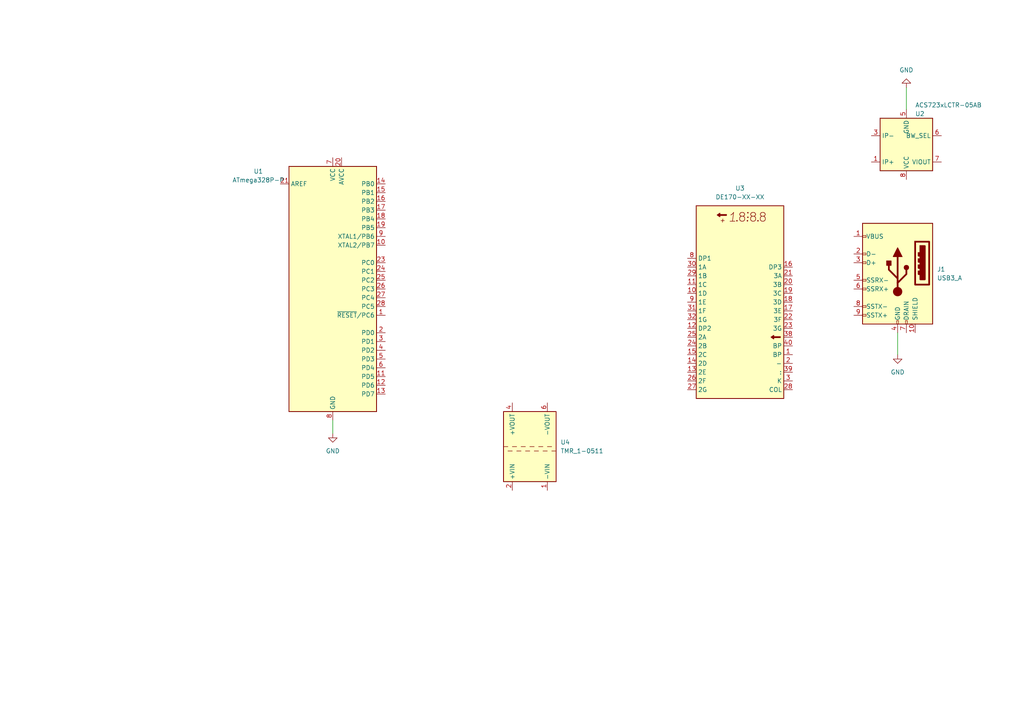
<source format=kicad_sch>
(kicad_sch (version 20230121) (generator eeschema)
  (paper "A4")
  (lib_symbols
    (symbol "Connector:USB3_A" (pin_names (offset 1.016))
      (property "Reference" "J" (at -10.16 15.24 0))
      (property "Value" "USB3_A" (at 10.16 15.24 0))
      (symbol "USB3_A_0_0"
        (rectangle (start -9.144 8.636) (end -5.08 -3.81) (stroke (width 0.508)))
        (rectangle (start -7.874 7.366) (end -6.604 -2.286) (stroke (width 0.508)) (fill (type outline)))
        (rectangle (start -6.35 0) (end -6.096 -0.762) (stroke (width 0.508)))
        (rectangle (start -6.35 1.778) (end -6.096 1.016) (stroke (width 0.508)))
        (rectangle (start -6.35 3.556) (end -6.096 2.794) (stroke (width 0.508)))
        (rectangle (start -6.35 5.334) (end -6.096 4.572) (stroke (width 0.508)))
        (rectangle (start -2.794 -15.24) (end -2.286 -14.224))
        (rectangle (start -0.254 -15.24) (end 0.254 -14.224))
        (rectangle (start 10.16 -12.446) (end 9.144 -12.954))
        (rectangle (start 10.16 -9.906) (end 9.144 -10.414))
        (rectangle (start 10.16 -4.826) (end 9.144 -5.334))
        (rectangle (start 10.16 -2.286) (end 9.144 -2.794))
        (rectangle (start 10.16 2.794) (end 9.144 2.286))
        (rectangle (start 10.16 5.334) (end 9.144 4.826))
        (rectangle (start 10.16 10.414) (end 9.144 9.906))
      )
      (symbol "USB3_A_0_1"
        (rectangle (start -10.16 13.97) (end 10.16 -15.24) (stroke (width 0.254)) (fill (type background)))
      )
      (symbol "USB3_A_1_1"
        (circle (center -2.54 1.143) (radius 0.635) (stroke (width 0.254)) (fill (type outline)))
        (circle (center 0 -5.842) (radius 1.27) (fill (type outline)))
        (polyline (pts (xy 0 -5.842) (xy 0 4.318)) (stroke (width 0.508)))
        (polyline (pts (xy 0 -3.302) (xy -2.54 -0.762) (xy -2.54 0.508)) (stroke (width 0.508)))
        (polyline (pts (xy 0 -2.032) (xy 2.54 0.508) (xy 2.54 1.778)) (stroke (width 0.508)))
        (polyline (pts (xy -1.27 4.318) (xy 0 6.858) (xy 1.27 4.318) (xy -1.27 4.318)) (stroke (width 0.254)) (fill (type outline)))
        (rectangle (start 1.905 1.778) (end 3.175 3.048) (stroke (width 0.254)) (fill (type outline)))
        (pin power_in line (at 12.7 10.16 180) (length 2.54) (name "VBUS") (number "1"))
        (pin passive line (at -5.08 -17.78 90) (length 2.54) (name "SHIELD") (number "10"))
        (pin bidirectional line (at 12.7 5.08 180) (length 2.54) (name "D-") (number "2"))
        (pin bidirectional line (at 12.7 2.54 180) (length 2.54) (name "D+") (number "3"))
        (pin power_in line (at 0 -17.78 90) (length 2.54) (name "GND") (number "4"))
        (pin output line (at 12.7 -2.54 180) (length 2.54) (name "SSRX-") (number "5"))
        (pin output line (at 12.7 -5.08 180) (length 2.54) (name "SSRX+") (number "6"))
        (pin passive line (at -2.54 -17.78 90) (length 2.54) (name "DRAIN") (number "7"))
        (pin input line (at 12.7 -10.16 180) (length 2.54) (name "SSTX-") (number "8"))
        (pin input line (at 12.7 -12.7 180) (length 2.54) (name "SSTX+") (number "9"))
      )
    )
    (symbol "Display_Character:DE170-XX-XX"
      (property "Reference" "U" (at -11.43 29.21 0))
      (property "Value" "DE170-XX-XX" (at -11.938 -30.099 0))
      (symbol "DE170-XX-XX_0_0"
        (text "+" (at -5.08 23.749 0) (effects (font (size 1.27 1.27) italic)))
        (text "." (at -0.889 24.638 0) (effects (font (size 2.54 2.54))))
        (text "." (at 2.159 24.638 0) (effects (font (size 2.54 2.54))))
        (text "." (at 5.207 24.638 0) (effects (font (size 2.54 2.54))))
        (text "1" (at -2.159 24.638 0) (effects (font (size 2.54 2.54) italic)))
        (text "8" (at 0.635 24.638 0) (effects (font (size 2.54 2.54))))
        (text "8" (at 3.81 24.638 0) (effects (font (size 2.54 2.54))))
        (text "8" (at 6.604 24.638 0) (effects (font (size 2.54 2.54))))
        (text ":" (at 2.286 25.654 0) (effects (font (size 2.54 2.54))))
      )
      (symbol "DE170-XX-XX_0_1"
        (rectangle (start -12.7 27.94) (end 12.7 -27.94) (stroke (width 0.254)) (fill (type background)))
        (polyline (pts (xy -3.937 25.4) (xy -3.937 25.146) (xy -5.842 25.146) (xy -5.842 24.765) (xy -6.604 25.273) (xy -5.842 25.781) (xy -5.842 25.4) (xy -3.937 25.4)) (stroke (width 0.254)) (fill (type outline)))
        (polyline (pts (xy 11.684 -10.033) (xy 11.684 -10.287) (xy 9.779 -10.287) (xy 9.779 -10.668) (xy 9.017 -10.16) (xy 9.779 -9.652) (xy 9.779 -10.033) (xy 11.684 -10.033)) (stroke (width 0.254)) (fill (type outline)))
      )
      (symbol "DE170-XX-XX_1_1"
        (pin input line (at 15.24 -15.24 180) (length 2.54) (name "BP") (number "1"))
        (pin input line (at -15.24 2.54 0) (length 2.54) (name "1D") (number "10"))
        (pin input line (at -15.24 5.08 0) (length 2.54) (name "1C") (number "11"))
        (pin input line (at -15.24 -7.62 0) (length 2.54) (name "DP2") (number "12"))
        (pin input line (at -15.24 -20.32 0) (length 2.54) (name "2E") (number "13"))
        (pin input line (at -15.24 -17.78 0) (length 2.54) (name "2D") (number "14"))
        (pin input line (at -15.24 -15.24 0) (length 2.54) (name "2C") (number "15"))
        (pin input line (at 15.24 10.16 180) (length 2.54) (name "DP3") (number "16"))
        (pin input line (at 15.24 -2.54 180) (length 2.54) (name "3E") (number "17"))
        (pin input line (at 15.24 0 180) (length 2.54) (name "3D") (number "18"))
        (pin input line (at 15.24 2.54 180) (length 2.54) (name "3C") (number "19"))
        (pin input line (at 15.24 -17.78 180) (length 2.54) (name "-") (number "2"))
        (pin input line (at 15.24 5.08 180) (length 2.54) (name "3B") (number "20"))
        (pin input line (at 15.24 7.62 180) (length 2.54) (name "3A") (number "21"))
        (pin input line (at 15.24 -5.08 180) (length 2.54) (name "3F") (number "22"))
        (pin input line (at 15.24 -7.62 180) (length 2.54) (name "3G") (number "23"))
        (pin input line (at -15.24 -12.7 0) (length 2.54) (name "2B") (number "24"))
        (pin input line (at -15.24 -10.16 0) (length 2.54) (name "2A") (number "25"))
        (pin input line (at -15.24 -22.86 0) (length 2.54) (name "2F") (number "26"))
        (pin input line (at -15.24 -25.4 0) (length 2.54) (name "2G") (number "27"))
        (pin input line (at 15.24 -25.4 180) (length 2.54) (name "COL") (number "28"))
        (pin input line (at -15.24 7.62 0) (length 2.54) (name "1B") (number "29"))
        (pin input line (at 15.24 -22.86 180) (length 2.54) (name "K") (number "3"))
        (pin input line (at -15.24 10.16 0) (length 2.54) (name "1A") (number "30"))
        (pin input line (at -15.24 -2.54 0) (length 2.54) (name "1F") (number "31"))
        (pin input line (at -15.24 -5.08 0) (length 2.54) (name "1G") (number "32"))
        (pin no_connect line (at 12.7 12.7 180) (length 2.54) hide (name "NC") (number "33"))
        (pin no_connect line (at 12.7 15.24 180) (length 2.54) hide (name "NC") (number "34"))
        (pin no_connect line (at 12.7 17.78 180) (length 2.54) hide (name "NC") (number "35"))
        (pin no_connect line (at 12.7 20.32 180) (length 2.54) hide (name "NC") (number "36"))
        (pin no_connect line (at 12.7 22.86 180) (length 2.54) hide (name "NC") (number "37"))
        (pin input line (at 15.24 -10.16 180) (length 2.54) (name "~") (number "38"))
        (pin input line (at 15.24 -20.32 180) (length 2.54) (name ":") (number "39"))
        (pin no_connect line (at -12.7 22.86 0) (length 2.54) hide (name "NC") (number "4"))
        (pin input line (at 15.24 -12.7 180) (length 2.54) (name "BP") (number "40"))
        (pin no_connect line (at -12.7 20.32 0) (length 2.54) hide (name "NC") (number "5"))
        (pin no_connect line (at -12.7 17.78 0) (length 2.54) hide (name "NC") (number "6"))
        (pin no_connect line (at -12.7 15.24 0) (length 2.54) hide (name "NC") (number "7"))
        (pin input line (at -15.24 12.7 0) (length 2.54) (name "DP1") (number "8"))
        (pin input line (at -15.24 0 0) (length 2.54) (name "1E") (number "9"))
      )
    )
    (symbol "MCU_Microchip_ATmega:ATmega328P-P"
      (property "Reference" "U" (at -12.7 36.83 0))
      (property "Value" "ATmega328P-P" (at 2.54 -36.83 0))
      (symbol "ATmega328P-P_0_1"
        (rectangle (start -12.7 -35.56) (end 12.7 35.56) (stroke (width 0.254)) (fill (type background)))
      )
      (symbol "ATmega328P-P_1_1"
        (pin bidirectional line (at 15.24 -7.62 180) (length 2.54) (name "~{RESET}/PC6") (number "1"))
        (pin bidirectional line (at 15.24 12.7 180) (length 2.54) (name "XTAL2/PB7") (number "10"))
        (pin bidirectional line (at 15.24 -25.4 180) (length 2.54) (name "PD5") (number "11"))
        (pin bidirectional line (at 15.24 -27.94 180) (length 2.54) (name "PD6") (number "12"))
        (pin bidirectional line (at 15.24 -30.48 180) (length 2.54) (name "PD7") (number "13"))
        (pin bidirectional line (at 15.24 30.48 180) (length 2.54) (name "PB0") (number "14"))
        (pin bidirectional line (at 15.24 27.94 180) (length 2.54) (name "PB1") (number "15"))
        (pin bidirectional line (at 15.24 25.4 180) (length 2.54) (name "PB2") (number "16"))
        (pin bidirectional line (at 15.24 22.86 180) (length 2.54) (name "PB3") (number "17"))
        (pin bidirectional line (at 15.24 20.32 180) (length 2.54) (name "PB4") (number "18"))
        (pin bidirectional line (at 15.24 17.78 180) (length 2.54) (name "PB5") (number "19"))
        (pin bidirectional line (at 15.24 -12.7 180) (length 2.54) (name "PD0") (number "2"))
        (pin power_in line (at 2.54 38.1 270) (length 2.54) (name "AVCC") (number "20"))
        (pin passive line (at -15.24 30.48 0) (length 2.54) (name "AREF") (number "21"))
        (pin passive line (at 0 -38.1 90) (length 2.54) hide (name "GND") (number "22"))
        (pin bidirectional line (at 15.24 7.62 180) (length 2.54) (name "PC0") (number "23"))
        (pin bidirectional line (at 15.24 5.08 180) (length 2.54) (name "PC1") (number "24"))
        (pin bidirectional line (at 15.24 2.54 180) (length 2.54) (name "PC2") (number "25"))
        (pin bidirectional line (at 15.24 0 180) (length 2.54) (name "PC3") (number "26"))
        (pin bidirectional line (at 15.24 -2.54 180) (length 2.54) (name "PC4") (number "27"))
        (pin bidirectional line (at 15.24 -5.08 180) (length 2.54) (name "PC5") (number "28"))
        (pin bidirectional line (at 15.24 -15.24 180) (length 2.54) (name "PD1") (number "3"))
        (pin bidirectional line (at 15.24 -17.78 180) (length 2.54) (name "PD2") (number "4"))
        (pin bidirectional line (at 15.24 -20.32 180) (length 2.54) (name "PD3") (number "5"))
        (pin bidirectional line (at 15.24 -22.86 180) (length 2.54) (name "PD4") (number "6"))
        (pin power_in line (at 0 38.1 270) (length 2.54) (name "VCC") (number "7"))
        (pin power_in line (at 0 -38.1 90) (length 2.54) (name "GND") (number "8"))
        (pin bidirectional line (at 15.24 15.24 180) (length 2.54) (name "XTAL1/PB6") (number "9"))
      )
    )
    (symbol "Regulator_Switching:TMR_1-0511"
      (property "Reference" "U" (at -8.89 8.89 0))
      (property "Value" "TMR_1-0511" (at 10.16 8.89 0))
      (symbol "TMR_1-0511_0_1"
        (rectangle (start -10.16 7.62) (end 10.16 -7.62) (stroke (width 0.254)) (fill (type background)))
        (polyline (pts (xy -1.27 -7.62) (xy -1.27 -6.35)))
        (polyline (pts (xy -1.27 -5.08) (xy -1.27 -3.81)))
        (polyline (pts (xy -1.27 -2.54) (xy -1.27 -1.27)))
        (polyline (pts (xy -1.27 0) (xy -1.27 1.27)))
        (polyline (pts (xy -1.27 2.54) (xy -1.27 3.81)))
        (polyline (pts (xy -1.27 5.08) (xy -1.27 6.35)))
        (polyline (pts (xy 0 -5.08) (xy 0 -6.35)))
        (polyline (pts (xy 0 -2.54) (xy 0 -3.81)))
        (polyline (pts (xy 0 0) (xy 0 -1.27)))
        (polyline (pts (xy 0 2.54) (xy 0 1.27)))
        (polyline (pts (xy 0 5.08) (xy 0 3.81)))
        (polyline (pts (xy 0 7.62) (xy 0 6.35)))
      )
      (symbol "TMR_1-0511_1_1"
        (pin power_in line (at -12.7 -5.08 0) (length 2.54) (name "-VIN") (number "1"))
        (pin power_in line (at -12.7 5.08 0) (length 2.54) (name "+VIN") (number "2"))
        (pin power_out line (at 12.7 5.08 180) (length 2.54) (name "+VOUT") (number "4"))
        (pin power_out line (at 12.7 -5.08 180) (length 2.54) (name "-VOUT") (number "6"))
      )
    )
    (symbol "Sensor_Current:ACS723xLCTR-05AB"
      (property "Reference" "U" (at 2.54 11.43 0))
      (property "Value" "ACS723xLCTR-05AB" (at 2.54 8.89 0))
      (symbol "ACS723xLCTR-05AB_0_1"
        (rectangle (start -7.62 7.62) (end 7.62 -7.62) (stroke (width 0.254)) (fill (type background)))
      )
      (symbol "ACS723xLCTR-05AB_1_1"
        (pin passive line (at -10.16 5.08 0) (length 2.54) (name "IP+") (number "1"))
        (pin passive line (at -10.16 5.08 0) (length 2.54) hide (name "IP+") (number "2"))
        (pin passive line (at -10.16 -2.54 0) (length 2.54) (name "IP-") (number "3"))
        (pin passive line (at -10.16 -2.54 0) (length 2.54) hide (name "IP-") (number "4"))
        (pin power_in line (at 0 -10.16 90) (length 2.54) (name "GND") (number "5"))
        (pin input line (at 10.16 -2.54 180) (length 2.54) (name "BW_SEL") (number "6"))
        (pin output line (at 10.16 5.08 180) (length 2.54) (name "VIOUT") (number "7"))
        (pin power_in line (at 0 10.16 270) (length 2.54) (name "VCC") (number "8"))
      )
    )
    (symbol "power:GND" (power) (pin_names (offset 0))
      (property "Value" "GND" (at 0 -3.81 0))
      (symbol "GND_0_1"
        (polyline (pts (xy 0 0) (xy 0 -1.27) (xy 1.27 -1.27) (xy 0 -2.54) (xy -1.27 -1.27) (xy 0 -1.27)))
      )
      (symbol "GND_1_1"
        (pin power_in line (at 0 0 270) (length 0) hide (name "GND") (number "1"))
      )
    )
  )
  (wire (pts (xy 262.89 25.4) (xy 262.89 31.75)))
  (wire (pts (xy 260.35 96.52) (xy 260.35 102.87)))
  (wire (pts (xy 96.52 121.92) (xy 96.52 125.73)))
  (symbol (lib_id "Connector:USB3_A") (at 260.35 78.74 0) (mirror y) (unit 1)
    (property "Reference" "J1" (at 271.78 78.105 0) (effects (justify right)))
    (property "Value" "USB3_A" (at 271.78 80.645 0) (effects (justify right)))
  )
  (symbol (lib_id "power:GND") (at 96.52 125.73 0) (unit 1)
    (property "Reference" "#PWR01" (effects hide))
    (property "Value" "GND" (at 96.52 130.81 0))
  )
  (symbol (lib_id "power:GND") (at 262.89 25.4 0) (mirror x) (unit 1)
    (property "Reference" "#PWR02" (effects hide))
    (property "Value" "GND" (at 262.89 20.32 0))
  )
  (symbol (lib_id "Sensor_Current:ACS723xLCTR-05AB") (at 262.89 41.91 0) (mirror x) (unit 1)
    (property "Reference" "U2" (at 265.43 33.02 0) (effects (justify left)))
    (property "Value" "ACS723xLCTR-05AB" (at 265.43 30.48 0) (effects (justify left)))
    (property "Footprint" "Package_SO:SOIC-8_3.9x4.9mm_P1.27mm" (effects hide))
    (property "Datasheet" "http://www.allegromicro.com/~/media/Files/Datasheets/ACS723-Datasheet.ashx?la=en" (effects hide))
  )
  (symbol (lib_id "MCU_Microchip_ATmega:ATmega328P-P") (at 96.52 83.82 0) (unit 1)
    (property "Reference" "U1" (at 74.93 49.6921 0))
    (property "Value" "ATmega328P-P" (at 74.93 52.2321 0))
    (property "Footprint" "Package_DIP:DIP-28_W7.62mm" (effects hide))
    (property "Datasheet" "http://ww1.microchip.com/downloads/en/DeviceDoc/ATmega328_P%20AVR%20MCU%20with%20picoPower%20Technology%20Data%20Sheet%2040001984A.pdf" (effects hide))
  )
  (symbol (lib_id "power:GND") (at 260.35 102.87 0) (unit 1)
    (property "Reference" "#PWR03" (effects hide))
    (property "Value" "GND" (at 260.35 107.95 0))
  )
  (symbol (lib_id "Display_Character:DE170-XX-XX") (at 214.63 87.63 0) (unit 1)
    (property "Reference" "U3" (at 214.63 54.61 0))
    (property "Value" "DE170-XX-XX" (at 214.63 57.15 0))
    (property "Footprint" "Display_7Segment:DE170-XX-XX" (effects hide))
    (property "Datasheet" "http://www.display-elektronik.de/filter/DE170-RS-20_75.pdf" (effects hide))
  )
  (symbol (lib_id "Regulator_Switching:TMR_1-0511") (at 153.67 129.54 90) (unit 1)
    (property "Reference" "U4" (at 162.56 128.27 90) (effects (justify right)))
    (property "Value" "TMR_1-0511" (at 162.56 130.81 90) (effects (justify right)))
    (property "Footprint" "Converter_DCDC:Converter_DCDC_TRACO_TMR-1-xxxx_Single_THT" (effects hide))
    (property "Datasheet" "http://assets.tracopower.com/TMR1/documents/tmr1-datasheet.pdf" (effects hide))
  )
)
</source>
